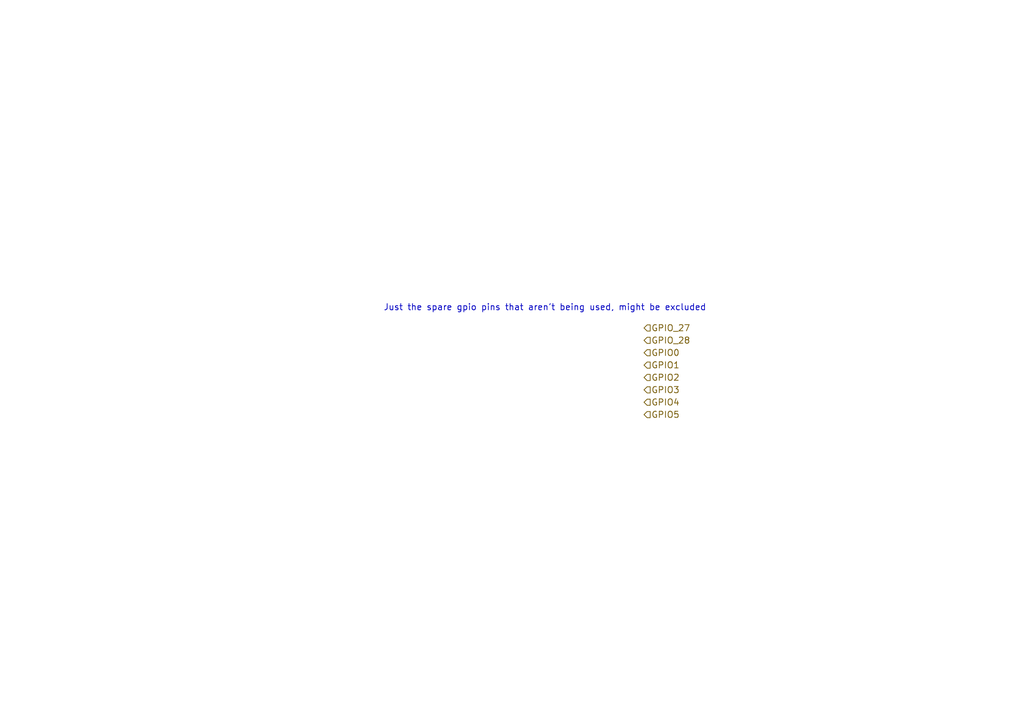
<source format=kicad_sch>
(kicad_sch
	(version 20250114)
	(generator "eeschema")
	(generator_version "9.0")
	(uuid "cbbdf71f-230e-456f-8583-281e4dad9997")
	(paper "A5")
	(lib_symbols)
	(text "Just the spare gpio pins that aren't being used, might be excluded"
		(exclude_from_sim no)
		(at 111.76 63.246 0)
		(effects
			(font
				(size 1.27 1.27)
			)
		)
		(uuid "1b02e8b0-5eaf-4ffb-a615-ac16c7b62099")
	)
	(hierarchical_label "GPIO_28"
		(shape input)
		(at 132.08 69.85 0)
		(effects
			(font
				(size 1.27 1.27)
			)
			(justify left)
		)
		(uuid "067e7973-7856-4a8d-97cb-1ee851ad615a")
	)
	(hierarchical_label "GPIO5"
		(shape input)
		(at 132.08 85.09 0)
		(effects
			(font
				(size 1.27 1.27)
			)
			(justify left)
		)
		(uuid "30775dbd-e0f6-409a-9416-b088e4f9f1ce")
	)
	(hierarchical_label "GPIO0"
		(shape input)
		(at 132.08 72.39 0)
		(effects
			(font
				(size 1.27 1.27)
			)
			(justify left)
		)
		(uuid "3d199cf4-116e-4dd5-a113-746c868ee131")
	)
	(hierarchical_label "GPIO4"
		(shape input)
		(at 132.08 82.55 0)
		(effects
			(font
				(size 1.27 1.27)
			)
			(justify left)
		)
		(uuid "6caca8b3-0976-419f-b098-e2747cdb4de7")
	)
	(hierarchical_label "GPIO3"
		(shape input)
		(at 132.08 80.01 0)
		(effects
			(font
				(size 1.27 1.27)
			)
			(justify left)
		)
		(uuid "6ef83e40-a05d-412b-a773-3249d9818a4a")
	)
	(hierarchical_label "GPIO_27"
		(shape input)
		(at 132.08 67.31 0)
		(effects
			(font
				(size 1.27 1.27)
			)
			(justify left)
		)
		(uuid "93999adb-f967-4ba0-bbc9-3ed6eb391358")
	)
	(hierarchical_label "GPIO2"
		(shape input)
		(at 132.08 77.47 0)
		(effects
			(font
				(size 1.27 1.27)
			)
			(justify left)
		)
		(uuid "a0ad5788-43b6-4c0b-8eec-e4e2cce3ee10")
	)
	(hierarchical_label "GPIO1"
		(shape input)
		(at 132.08 74.93 0)
		(effects
			(font
				(size 1.27 1.27)
			)
			(justify left)
		)
		(uuid "d2a9330a-aec6-4741-a171-4c3ea26c9903")
	)
)

</source>
